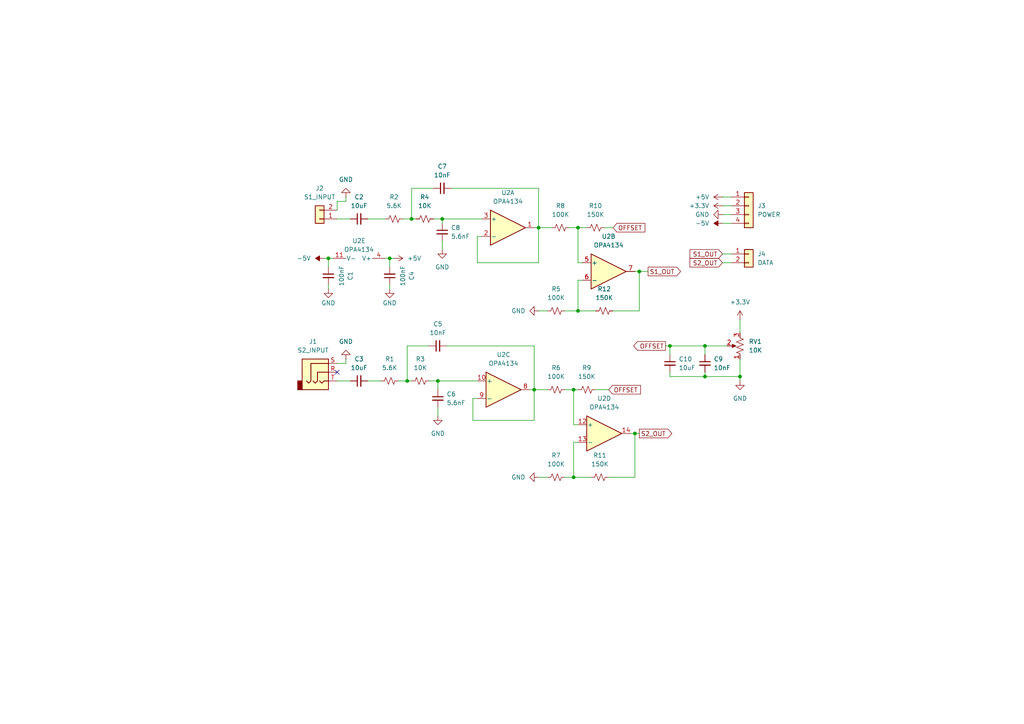
<source format=kicad_sch>
(kicad_sch (version 20231120) (generator "eeschema") (generator_version "8.0")
  (paper "A4")
  (lib_symbols
    (symbol "Amplifier_Operational:OPA4134" (pin_names (offset 0.127))
      (property "Reference" "U" (at 0 5.08 0))
      (property "Value" "OPA4134" (at 0 -5.08 0))
      (symbol "OPA4134_1_1"
        (polyline (pts (xy -5.08 5.08) (xy 5.08 0) (xy -5.08 -5.08) (xy -5.08 5.08)) (stroke (width 0.254)) (fill (type background)))
        (pin output line (at 7.62 0 180) (length 2.54) (name "~") (number "1"))
        (pin input line (at -7.62 -2.54 0) (length 2.54) (name "-") (number "2"))
        (pin input line (at -7.62 2.54 0) (length 2.54) (name "+") (number "3"))
      )
      (symbol "OPA4134_2_1"
        (polyline (pts (xy -5.08 5.08) (xy 5.08 0) (xy -5.08 -5.08) (xy -5.08 5.08)) (stroke (width 0.254)) (fill (type background)))
        (pin input line (at -7.62 2.54 0) (length 2.54) (name "+") (number "5"))
        (pin input line (at -7.62 -2.54 0) (length 2.54) (name "-") (number "6"))
        (pin output line (at 7.62 0 180) (length 2.54) (name "~") (number "7"))
      )
      (symbol "OPA4134_3_1"
        (polyline (pts (xy -5.08 5.08) (xy 5.08 0) (xy -5.08 -5.08) (xy -5.08 5.08)) (stroke (width 0.254)) (fill (type background)))
        (pin input line (at -7.62 2.54 0) (length 2.54) (name "+") (number "10"))
        (pin output line (at 7.62 0 180) (length 2.54) (name "~") (number "8"))
        (pin input line (at -7.62 -2.54 0) (length 2.54) (name "-") (number "9"))
      )
      (symbol "OPA4134_4_1"
        (polyline (pts (xy -5.08 5.08) (xy 5.08 0) (xy -5.08 -5.08) (xy -5.08 5.08)) (stroke (width 0.254)) (fill (type background)))
        (pin input line (at -7.62 2.54 0) (length 2.54) (name "+") (number "12"))
        (pin input line (at -7.62 -2.54 0) (length 2.54) (name "-") (number "13"))
        (pin output line (at 7.62 0 180) (length 2.54) (name "~") (number "14"))
      )
      (symbol "OPA4134_5_1"
        (pin power_in line (at -2.54 -7.62 90) (length 3.81) (name "V-") (number "11"))
        (pin power_in line (at -2.54 7.62 270) (length 3.81) (name "V+") (number "4"))
      )
    )
    (symbol "Connector_Audio:AudioJack3"
      (property "Reference" "J" (at 0 8.89 0))
      (property "Value" "AudioJack3" (at 0 6.35 0))
      (symbol "AudioJack3_0_1"
        (rectangle (start -5.08 -5.08) (end -6.35 -2.54) (stroke (width 0.254)) (fill (type outline)))
        (polyline (pts (xy 0 -2.54) (xy 0.635 -3.175) (xy 1.27 -2.54) (xy 2.54 -2.54)) (stroke (width 0.254)))
        (polyline (pts (xy -1.905 -2.54) (xy -1.27 -3.175) (xy -0.635 -2.54) (xy -0.635 0) (xy 2.54 0)) (stroke (width 0.254)))
        (polyline (pts (xy 2.54 2.54) (xy -2.54 2.54) (xy -2.54 -2.54) (xy -3.175 -3.175) (xy -3.81 -2.54)) (stroke (width 0.254)))
        (rectangle (start 2.54 3.81) (end -5.08 -5.08) (stroke (width 0.254)) (fill (type background)))
      )
      (symbol "AudioJack3_1_1"
        (pin passive line (at 5.08 0 180) (length 2.54) (name "~") (number "R"))
        (pin passive line (at 5.08 2.54 180) (length 2.54) (name "~") (number "S"))
        (pin passive line (at 5.08 -2.54 180) (length 2.54) (name "~") (number "T"))
      )
    )
    (symbol "Connector_Generic:Conn_01x02" (pin_names (offset 1.016) hide)
      (property "Reference" "J" (at 0 2.54 0))
      (property "Value" "Conn_01x02" (at 0 -5.08 0))
      (symbol "Conn_01x02_1_1"
        (rectangle (start -1.27 -2.413) (end 0 -2.667) (stroke (width 0.1524)))
        (rectangle (start -1.27 0.127) (end 0 -0.127) (stroke (width 0.1524)))
        (rectangle (start -1.27 1.27) (end 1.27 -3.81) (stroke (width 0.254)) (fill (type background)))
        (pin passive line (at -5.08 0 0) (length 3.81) (name "Pin_1") (number "1"))
        (pin passive line (at -5.08 -2.54 0) (length 3.81) (name "Pin_2") (number "2"))
      )
    )
    (symbol "Connector_Generic:Conn_01x04" (pin_names (offset 1.016) hide)
      (property "Reference" "J" (at 0 5.08 0))
      (property "Value" "Conn_01x04" (at 0 -7.62 0))
      (symbol "Conn_01x04_1_1"
        (rectangle (start -1.27 -4.953) (end 0 -5.207) (stroke (width 0.1524)))
        (rectangle (start -1.27 -2.413) (end 0 -2.667) (stroke (width 0.1524)))
        (rectangle (start -1.27 0.127) (end 0 -0.127) (stroke (width 0.1524)))
        (rectangle (start -1.27 2.667) (end 0 2.413) (stroke (width 0.1524)))
        (rectangle (start -1.27 3.81) (end 1.27 -6.35) (stroke (width 0.254)) (fill (type background)))
        (pin passive line (at -5.08 2.54 0) (length 3.81) (name "Pin_1") (number "1"))
        (pin passive line (at -5.08 0 0) (length 3.81) (name "Pin_2") (number "2"))
        (pin passive line (at -5.08 -2.54 0) (length 3.81) (name "Pin_3") (number "3"))
        (pin passive line (at -5.08 -5.08 0) (length 3.81) (name "Pin_4") (number "4"))
      )
    )
    (symbol "Device:C_Small" (pin_numbers hide) (pin_names (offset 0.254) hide)
      (property "Reference" "C" (at 0.254 1.778 0))
      (property "Value" "C_Small" (at 0.254 -2.032 0))
      (symbol "C_Small_0_1"
        (polyline (pts (xy -1.524 -0.508) (xy 1.524 -0.508)) (stroke (width 0.3302)))
        (polyline (pts (xy -1.524 0.508) (xy 1.524 0.508)) (stroke (width 0.3048)))
      )
      (symbol "C_Small_1_1"
        (pin passive line (at 0 2.54 270) (length 2.032) (name "~") (number "1"))
        (pin passive line (at 0 -2.54 90) (length 2.032) (name "~") (number "2"))
      )
    )
    (symbol "Device:R_Potentiometer_US" (pin_names (offset 1.016) hide)
      (property "Reference" "RV" (at -4.445 0 90))
      (property "Value" "R_Potentiometer_US" (at -2.54 0 90))
      (symbol "R_Potentiometer_US_0_1"
        (polyline (pts (xy 0 -2.286) (xy 0 -2.54)))
        (polyline (pts (xy 0 2.54) (xy 0 2.286)))
        (polyline (pts (xy 2.54 0) (xy 1.524 0)))
        (polyline (pts (xy 1.143 0) (xy 2.286 0.508) (xy 2.286 -0.508) (xy 1.143 0)) (fill (type outline)))
        (polyline (pts (xy 0 -0.762) (xy 1.016 -1.143) (xy 0 -1.524) (xy -1.016 -1.905) (xy 0 -2.286)))
        (polyline (pts (xy 0 0.762) (xy 1.016 0.381) (xy 0 0) (xy -1.016 -0.381) (xy 0 -0.762)))
        (polyline (pts (xy 0 2.286) (xy 1.016 1.905) (xy 0 1.524) (xy -1.016 1.143) (xy 0 0.762)))
      )
      (symbol "R_Potentiometer_US_1_1"
        (pin passive line (at 0 3.81 270) (length 1.27) (name "1") (number "1"))
        (pin passive line (at 3.81 0 180) (length 1.27) (name "2") (number "2"))
        (pin passive line (at 0 -3.81 90) (length 1.27) (name "3") (number "3"))
      )
    )
    (symbol "Device:R_Small_US" (pin_numbers hide) (pin_names (offset 0.254) hide)
      (property "Reference" "R" (at 0.762 0.508 0))
      (property "Value" "R_Small_US" (at 0.762 -1.016 0))
      (symbol "R_Small_US_1_1"
        (polyline (pts (xy 0 0) (xy 1.016 -0.381) (xy 0 -0.762) (xy -1.016 -1.143) (xy 0 -1.524)))
        (polyline (pts (xy 0 1.524) (xy 1.016 1.143) (xy 0 0.762) (xy -1.016 0.381) (xy 0 0)))
        (pin passive line (at 0 2.54 270) (length 1.016) (name "~") (number "1"))
        (pin passive line (at 0 -2.54 90) (length 1.016) (name "~") (number "2"))
      )
    )
    (symbol "power:+3.3V" (power) (pin_numbers hide) (pin_names (offset 0) hide)
      (property "Value" "+3.3V" (at 0 3.556 0))
      (symbol "+3.3V_0_1"
        (polyline (pts (xy -0.762 1.27) (xy 0 2.54)))
        (polyline (pts (xy 0 0) (xy 0 2.54)))
        (polyline (pts (xy 0 2.54) (xy 0.762 1.27)))
      )
      (symbol "+3.3V_1_1"
        (pin power_in line (at 0 0 90) (length 0) (name "~") (number "1"))
      )
    )
    (symbol "power:+5V" (power) (pin_numbers hide) (pin_names (offset 0) hide)
      (property "Value" "+5V" (at 0 3.556 0))
      (symbol "+5V_0_1"
        (polyline (pts (xy -0.762 1.27) (xy 0 2.54)))
        (polyline (pts (xy 0 0) (xy 0 2.54)))
        (polyline (pts (xy 0 2.54) (xy 0.762 1.27)))
      )
      (symbol "+5V_1_1"
        (pin power_in line (at 0 0 90) (length 0) (name "~") (number "1"))
      )
    )
    (symbol "power:-5V" (power) (pin_numbers hide) (pin_names (offset 0) hide)
      (property "Value" "-5V" (at 0 3.556 0))
      (symbol "-5V_0_0"
        (pin power_in line (at 0 0 90) (length 0) (name "~") (number "1"))
      )
      (symbol "-5V_0_1"
        (polyline (pts (xy 0 0) (xy 0 1.27) (xy 0.762 1.27) (xy 0 2.54) (xy -0.762 1.27) (xy 0 1.27)) (fill (type outline)))
      )
    )
    (symbol "power:GND" (power) (pin_numbers hide) (pin_names (offset 0) hide)
      (property "Value" "GND" (at 0 -3.81 0))
      (symbol "GND_0_1"
        (polyline (pts (xy 0 0) (xy 0 -1.27) (xy 1.27 -1.27) (xy 0 -2.54) (xy -1.27 -1.27) (xy 0 -1.27)))
      )
      (symbol "GND_1_1"
        (pin power_in line (at 0 0 270) (length 0) (name "~") (number "1"))
      )
    )
  )
  (junction (at 167.64 66.04))
  (junction (at 214.63 109.22))
  (junction (at 204.47 109.22))
  (junction (at 113.03 74.93))
  (junction (at 194.31 100.33))
  (junction (at 204.47 100.33))
  (junction (at 185.42 78.74))
  (junction (at 119.38 63.5))
  (junction (at 118.11 110.49))
  (junction (at 166.37 113.03))
  (junction (at 95.25 74.93))
  (junction (at 156.21 66.04))
  (junction (at 184.15 125.73))
  (junction (at 154.94 113.03))
  (junction (at 128.27 63.5))
  (junction (at 167.64 90.17))
  (junction (at 166.37 138.43))
  (junction (at 127 110.49))
  (no_connect (at 97.79 107.95))
  (wire (pts (xy 97.79 60.96) (xy 97.79 58.42)))
  (wire (pts (xy 138.43 115.57) (xy 137.16 115.57)))
  (wire (pts (xy 97.79 63.5) (xy 101.6 63.5)))
  (wire (pts (xy 100.33 105.41) (xy 97.79 105.41)))
  (wire (pts (xy 97.79 110.49) (xy 101.6 110.49)))
  (wire (pts (xy 204.47 102.87) (xy 204.47 100.33)))
  (wire (pts (xy 138.43 76.2) (xy 156.21 76.2)))
  (wire (pts (xy 193.04 100.33) (xy 194.31 100.33)))
  (wire (pts (xy 139.7 68.58) (xy 138.43 68.58)))
  (wire (pts (xy 156.21 90.17) (xy 158.75 90.17)))
  (wire (pts (xy 95.25 74.93) (xy 96.52 74.93)))
  (wire (pts (xy 113.03 74.93) (xy 114.3 74.93)))
  (wire (pts (xy 163.83 90.17) (xy 167.64 90.17)))
  (wire (pts (xy 119.38 63.5) (xy 120.65 63.5)))
  (wire (pts (xy 209.55 64.77) (xy 212.09 64.77)))
  (wire (pts (xy 118.11 110.49) (xy 119.38 110.49)))
  (wire (pts (xy 209.55 73.66) (xy 212.09 73.66)))
  (wire (pts (xy 184.15 78.74) (xy 185.42 78.74)))
  (wire (pts (xy 185.42 78.74) (xy 187.96 78.74)))
  (wire (pts (xy 95.25 83.82) (xy 95.25 82.55)))
  (wire (pts (xy 127 118.11) (xy 127 120.65)))
  (wire (pts (xy 194.31 109.22) (xy 204.47 109.22)))
  (wire (pts (xy 137.16 115.57) (xy 137.16 121.92)))
  (wire (pts (xy 176.53 138.43) (xy 184.15 138.43)))
  (wire (pts (xy 175.26 66.04) (xy 177.8 66.04)))
  (wire (pts (xy 156.21 66.04) (xy 154.94 66.04)))
  (wire (pts (xy 204.47 107.95) (xy 204.47 109.22)))
  (wire (pts (xy 163.83 138.43) (xy 166.37 138.43)))
  (wire (pts (xy 194.31 100.33) (xy 204.47 100.33)))
  (wire (pts (xy 128.27 63.5) (xy 128.27 64.77)))
  (wire (pts (xy 156.21 54.61) (xy 156.21 66.04)))
  (wire (pts (xy 128.27 63.5) (xy 139.7 63.5)))
  (wire (pts (xy 204.47 100.33) (xy 210.82 100.33)))
  (wire (pts (xy 156.21 138.43) (xy 158.75 138.43)))
  (wire (pts (xy 167.64 66.04) (xy 170.18 66.04)))
  (wire (pts (xy 166.37 138.43) (xy 171.45 138.43)))
  (wire (pts (xy 209.55 62.23) (xy 212.09 62.23)))
  (wire (pts (xy 167.64 90.17) (xy 172.72 90.17)))
  (wire (pts (xy 168.91 76.2) (xy 167.64 76.2)))
  (wire (pts (xy 167.64 123.19) (xy 166.37 123.19)))
  (wire (pts (xy 116.84 63.5) (xy 119.38 63.5)))
  (wire (pts (xy 209.55 59.69) (xy 212.09 59.69)))
  (wire (pts (xy 214.63 92.71) (xy 214.63 96.52)))
  (wire (pts (xy 163.83 113.03) (xy 166.37 113.03)))
  (wire (pts (xy 115.57 110.49) (xy 118.11 110.49)))
  (wire (pts (xy 154.94 113.03) (xy 153.67 113.03)))
  (wire (pts (xy 111.76 74.93) (xy 113.03 74.93)))
  (wire (pts (xy 166.37 113.03) (xy 167.64 113.03)))
  (wire (pts (xy 118.11 100.33) (xy 118.11 110.49)))
  (wire (pts (xy 184.15 125.73) (xy 182.88 125.73)))
  (wire (pts (xy 194.31 102.87) (xy 194.31 100.33)))
  (wire (pts (xy 125.73 54.61) (xy 119.38 54.61)))
  (wire (pts (xy 204.47 109.22) (xy 214.63 109.22)))
  (wire (pts (xy 167.64 128.27) (xy 166.37 128.27)))
  (wire (pts (xy 125.73 63.5) (xy 128.27 63.5)))
  (wire (pts (xy 119.38 54.61) (xy 119.38 63.5)))
  (wire (pts (xy 184.15 138.43) (xy 184.15 125.73)))
  (wire (pts (xy 100.33 57.15) (xy 100.33 58.42)))
  (wire (pts (xy 156.21 76.2) (xy 156.21 66.04)))
  (wire (pts (xy 166.37 123.19) (xy 166.37 113.03)))
  (wire (pts (xy 106.68 110.49) (xy 110.49 110.49)))
  (wire (pts (xy 166.37 128.27) (xy 166.37 138.43)))
  (wire (pts (xy 124.46 100.33) (xy 118.11 100.33)))
  (wire (pts (xy 167.64 66.04) (xy 167.64 76.2)))
  (wire (pts (xy 95.25 74.93) (xy 95.25 77.47)))
  (wire (pts (xy 138.43 68.58) (xy 138.43 76.2)))
  (wire (pts (xy 113.03 83.82) (xy 113.03 82.55)))
  (wire (pts (xy 168.91 81.28) (xy 167.64 81.28)))
  (wire (pts (xy 137.16 121.92) (xy 154.94 121.92)))
  (wire (pts (xy 154.94 100.33) (xy 154.94 113.03)))
  (wire (pts (xy 113.03 74.93) (xy 113.03 77.47)))
  (wire (pts (xy 185.42 90.17) (xy 185.42 78.74)))
  (wire (pts (xy 130.81 54.61) (xy 156.21 54.61)))
  (wire (pts (xy 127 110.49) (xy 138.43 110.49)))
  (wire (pts (xy 154.94 121.92) (xy 154.94 113.03)))
  (wire (pts (xy 194.31 107.95) (xy 194.31 109.22)))
  (wire (pts (xy 93.98 74.93) (xy 95.25 74.93)))
  (wire (pts (xy 214.63 109.22) (xy 214.63 110.49)))
  (wire (pts (xy 154.94 113.03) (xy 158.75 113.03)))
  (wire (pts (xy 127 110.49) (xy 127 113.03)))
  (wire (pts (xy 214.63 104.14) (xy 214.63 109.22)))
  (wire (pts (xy 167.64 81.28) (xy 167.64 90.17)))
  (wire (pts (xy 184.15 125.73) (xy 185.42 125.73)))
  (wire (pts (xy 177.8 90.17) (xy 185.42 90.17)))
  (wire (pts (xy 106.68 63.5) (xy 111.76 63.5)))
  (wire (pts (xy 97.79 58.42) (xy 100.33 58.42)))
  (wire (pts (xy 100.33 104.14) (xy 100.33 105.41)))
  (wire (pts (xy 128.27 69.85) (xy 128.27 72.39)))
  (wire (pts (xy 129.54 100.33) (xy 154.94 100.33)))
  (wire (pts (xy 165.1 66.04) (xy 167.64 66.04)))
  (wire (pts (xy 209.55 57.15) (xy 212.09 57.15)))
  (wire (pts (xy 172.72 113.03) (xy 176.53 113.03)))
  (wire (pts (xy 124.46 110.49) (xy 127 110.49)))
  (wire (pts (xy 209.55 76.2) (xy 212.09 76.2)))
  (wire (pts (xy 156.21 66.04) (xy 160.02 66.04)))
  (global_label "S2_OUT" (shape output) (at 185.42 125.73 0) (property "Intersheetrefs" "${INTERSHEET_REFS}" (effects (hide yes))))
  (global_label "S1_OUT" (shape output) (at 187.96 78.74 0) (property "Intersheetrefs" "${INTERSHEET_REFS}" (effects (hide yes))))
  (global_label "OFFSET" (shape output) (at 193.04 100.33 180) (property "Intersheetrefs" "${INTERSHEET_REFS}" (effects (hide yes))))
  (global_label "S2_OUT" (shape input) (at 209.55 76.2 180) (property "Intersheetrefs" "${INTERSHEET_REFS}" (effects (hide yes))))
  (global_label "S1_OUT" (shape input) (at 209.55 73.66 180) (property "Intersheetrefs" "${INTERSHEET_REFS}" (effects (hide yes))))
  (global_label "OFFSET" (shape input) (at 176.53 113.03 0) (property "Intersheetrefs" "${INTERSHEET_REFS}" (effects (hide yes))))
  (global_label "OFFSET" (shape input) (at 177.8 66.04 0) (property "Intersheetrefs" "${INTERSHEET_REFS}" (effects (hide yes))))
  (symbol (lib_id "power:+3.3V") (at 214.63 92.71 0) (unit 1)
    (property "Reference" "#PWR016" (effects (hide yes)))
    (property "Value" "+3.3V" (at 214.63 87.63 0))
    (property "Description" "Power symbol creates a global label with name \"+3.3V\"" (effects (hide yes)))
  )
  (symbol (lib_id "Connector_Generic:Conn_01x04") (at 217.17 59.69 0) (unit 1)
    (property "Reference" "J3" (at 219.71 59.6899 0) (effects (justify left)))
    (property "Value" "POWER" (at 219.71 62.2299 0) (effects (justify left)))
    (property "Footprint" "Connector_PinSocket_2.54mm:PinSocket_1x04_P2.54mm_Vertical" (effects (hide yes)))
    (property "Description" "Generic connector, single row, 01x04, script generated (kicad-library-utils/schlib/autogen/connector/)" (effects (hide yes)))
  )
  (symbol (lib_id "power:GND") (at 156.21 90.17 270) (unit 1)
    (property "Reference" "#PWR09" (effects (hide yes)))
    (property "Value" "GND" (at 152.4 90.1699 90) (effects (justify right)))
    (property "Description" "Power symbol creates a global label with name \"GND\" , ground" (effects (hide yes)))
  )
  (symbol (lib_id "Amplifier_Operational:OPA4134") (at 176.53 78.74 0) (unit 2)
    (property "Reference" "U2" (at 176.53 68.58 0))
    (property "Value" "OPA4134" (at 176.53 71.12 0))
    (property "Footprint" "Package_SO:SOIC-14_3.9x8.7mm_P1.27mm" (effects (hide yes)))
    (property "Datasheet" "http://www.ti.com/lit/ds/symlink/opa134.pdf" (effects (hide yes)))
    (property "Description" "Quad SoundPlus High Performance Audio Operational Amplifiers, SOIC-14" (effects (hide yes)))
  )
  (symbol (lib_id "Device:C_Small") (at 104.14 110.49 90) (unit 1)
    (property "Reference" "C3" (at 104.1463 104.14 90))
    (property "Value" "10uF" (at 104.1463 106.68 90))
    (property "Footprint" "Capacitor_THT:CP_Radial_D5.0mm_P2.50mm" (effects (hide yes)))
    (property "Description" "Unpolarized capacitor, small symbol" (effects (hide yes)))
  )
  (symbol (lib_id "power:GND") (at 100.33 104.14 180) (unit 1)
    (property "Reference" "#PWR04" (effects (hide yes)))
    (property "Value" "GND" (at 100.33 99.06 0))
    (property "Description" "Power symbol creates a global label with name \"GND\" , ground" (effects (hide yes)))
  )
  (symbol (lib_id "power:-5V") (at 209.55 64.77 90) (unit 1)
    (property "Reference" "#PWR014" (effects (hide yes)))
    (property "Value" "-5V" (at 205.74 64.7699 90) (effects (justify left)))
    (property "Description" "Power symbol creates a global label with name \"-5V\"" (effects (hide yes)))
  )
  (symbol (lib_id "power:+5V") (at 114.3 74.93 270) (unit 1)
    (property "Reference" "#PWR06" (effects (hide yes)))
    (property "Value" "+5V" (at 118.11 74.9299 90) (effects (justify left)))
    (property "Description" "Power symbol creates a global label with name \"+5V\"" (effects (hide yes)))
  )
  (symbol (lib_id "power:GND") (at 209.55 62.23 270) (unit 1)
    (property "Reference" "#PWR013" (effects (hide yes)))
    (property "Value" "GND" (at 205.74 62.2299 90) (effects (justify right)))
    (property "Description" "Power symbol creates a global label with name \"GND\" , ground" (effects (hide yes)))
  )
  (symbol (lib_id "Device:R_Small_US") (at 113.03 110.49 90) (unit 1)
    (property "Reference" "R1" (at 113.03 104.14 90))
    (property "Value" "5.6K" (at 113.03 106.68 90))
    (property "Footprint" "Resistor_THT:R_Axial_DIN0207_L6.3mm_D2.5mm_P10.16mm_Horizontal" (effects (hide yes)))
    (property "Description" "Resistor, small US symbol" (effects (hide yes)))
  )
  (symbol (lib_id "power:GND") (at 100.33 57.15 180) (unit 1)
    (property "Reference" "#PWR03" (effects (hide yes)))
    (property "Value" "GND" (at 100.33 52.07 0))
    (property "Description" "Power symbol creates a global label with name \"GND\" , ground" (effects (hide yes)))
  )
  (symbol (lib_id "Device:R_Small_US") (at 161.29 90.17 90) (unit 1)
    (property "Reference" "R5" (at 161.29 83.82 90))
    (property "Value" "100K" (at 161.29 86.36 90))
    (property "Footprint" "Resistor_THT:R_Axial_DIN0207_L6.3mm_D2.5mm_P10.16mm_Horizontal" (effects (hide yes)))
    (property "Description" "Resistor, small US symbol" (effects (hide yes)))
  )
  (symbol (lib_id "Device:C_Small") (at 127 115.57 0) (unit 1)
    (property "Reference" "C6" (at 129.54 114.3062 0) (effects (justify left)))
    (property "Value" "5.6nF" (at 129.54 116.8462 0) (effects (justify left)))
    (property "Footprint" "Capacitor_THT:C_Disc_D5.0mm_W2.5mm_P5.00mm" (effects (hide yes)))
    (property "Description" "Unpolarized capacitor, small symbol" (effects (hide yes)))
  )
  (symbol (lib_id "power:GND") (at 113.03 83.82 0) (unit 1)
    (property "Reference" "#PWR05" (effects (hide yes)))
    (property "Value" "GND" (at 115.062 87.884 0) (effects (justify right)))
    (property "Description" "Power symbol creates a global label with name \"GND\" , ground" (effects (hide yes)))
  )
  (symbol (lib_id "Device:R_Small_US") (at 170.18 113.03 90) (unit 1)
    (property "Reference" "R9" (at 170.18 106.68 90))
    (property "Value" "150K" (at 170.18 109.22 90))
    (property "Footprint" "Resistor_THT:R_Axial_DIN0207_L6.3mm_D2.5mm_P10.16mm_Horizontal" (effects (hide yes)))
    (property "Description" "Resistor, small US symbol" (effects (hide yes)))
  )
  (symbol (lib_id "Connector_Generic:Conn_01x02") (at 217.17 73.66 0) (unit 1)
    (property "Reference" "J4" (at 219.71 73.6599 0) (effects (justify left)))
    (property "Value" "DATA" (at 219.71 76.1999 0) (effects (justify left)))
    (property "Footprint" "Connector_PinSocket_2.54mm:PinSocket_1x02_P2.54mm_Vertical" (effects (hide yes)))
    (property "Description" "Generic connector, single row, 01x02, script generated (kicad-library-utils/schlib/autogen/connector/)" (effects (hide yes)))
  )
  (symbol (lib_id "Amplifier_Operational:OPA4134") (at 147.32 66.04 0) (unit 1)
    (property "Reference" "U2" (at 147.32 55.88 0))
    (property "Value" "OPA4134" (at 147.32 58.42 0))
    (property "Footprint" "Package_SO:SOIC-14_3.9x8.7mm_P1.27mm" (effects (hide yes)))
    (property "Datasheet" "http://www.ti.com/lit/ds/symlink/opa134.pdf" (effects (hide yes)))
    (property "Description" "Quad SoundPlus High Performance Audio Operational Amplifiers, SOIC-14" (effects (hide yes)))
  )
  (symbol (lib_id "Device:R_Small_US") (at 121.92 110.49 90) (unit 1)
    (property "Reference" "R3" (at 121.92 104.14 90))
    (property "Value" "10K" (at 121.92 106.68 90))
    (property "Footprint" "Resistor_THT:R_Axial_DIN0207_L6.3mm_D2.5mm_P10.16mm_Horizontal" (effects (hide yes)))
    (property "Description" "Resistor, small US symbol" (effects (hide yes)))
  )
  (symbol (lib_id "Device:C_Small") (at 194.31 105.41 0) (unit 1)
    (property "Reference" "C10" (at 196.85 104.1462 0) (effects (justify left)))
    (property "Value" "10uF" (at 196.85 106.6862 0) (effects (justify left)))
    (property "Footprint" "Capacitor_THT:CP_Radial_D5.0mm_P2.50mm" (effects (hide yes)))
    (property "Description" "Unpolarized capacitor, small symbol" (effects (hide yes)))
  )
  (symbol (lib_id "Device:C_Small") (at 204.47 105.41 0) (mirror y) (unit 1)
    (property "Reference" "C9" (at 207.01 104.1462 0) (effects (justify right)))
    (property "Value" "10nF" (at 207.01 106.6862 0) (effects (justify right)))
    (property "Footprint" "Capacitor_THT:C_Disc_D7.5mm_W5.0mm_P7.50mm" (effects (hide yes)))
    (property "Description" "Unpolarized capacitor, small symbol" (effects (hide yes)))
  )
  (symbol (lib_id "Device:R_Small_US") (at 162.56 66.04 90) (unit 1)
    (property "Reference" "R8" (at 162.56 59.69 90))
    (property "Value" "100K" (at 162.56 62.23 90))
    (property "Footprint" "Resistor_THT:R_Axial_DIN0207_L6.3mm_D2.5mm_P10.16mm_Horizontal" (effects (hide yes)))
    (property "Description" "Resistor, small US symbol" (effects (hide yes)))
  )
  (symbol (lib_id "Device:R_Small_US") (at 173.99 138.43 90) (unit 1)
    (property "Reference" "R11" (at 173.99 132.08 90))
    (property "Value" "150K" (at 173.99 134.62 90))
    (property "Footprint" "Resistor_THT:R_Axial_DIN0207_L6.3mm_D2.5mm_P10.16mm_Horizontal" (effects (hide yes)))
    (property "Description" "Resistor, small US symbol" (effects (hide yes)))
  )
  (symbol (lib_id "Connector_Audio:AudioJack3") (at 92.71 107.95 0) (unit 1)
    (property "Reference" "J1" (at 90.805 99.06 0))
    (property "Value" "S2_INPUT" (at 90.805 101.6 0))
    (property "Footprint" "Connector_Audio:Jack_3.5mm_CUI_SJ1-3525N_Horizontal" (effects (hide yes)))
    (property "Description" "Audio Jack, 3 Poles (Stereo / TRS)" (effects (hide yes)))
  )
  (symbol (lib_id "power:GND") (at 128.27 72.39 0) (unit 1)
    (property "Reference" "#PWR08" (effects (hide yes)))
    (property "Value" "GND" (at 128.27 77.47 0))
    (property "Description" "Power symbol creates a global label with name \"GND\" , ground" (effects (hide yes)))
  )
  (symbol (lib_id "Device:R_Small_US") (at 161.29 138.43 90) (unit 1)
    (property "Reference" "R7" (at 161.29 132.08 90))
    (property "Value" "100K" (at 161.29 134.62 90))
    (property "Footprint" "Resistor_THT:R_Axial_DIN0207_L6.3mm_D2.5mm_P10.16mm_Horizontal" (effects (hide yes)))
    (property "Description" "Resistor, small US symbol" (effects (hide yes)))
  )
  (symbol (lib_id "Device:R_Small_US") (at 161.29 113.03 90) (unit 1)
    (property "Reference" "R6" (at 161.29 106.68 90))
    (property "Value" "100K" (at 161.29 109.22 90))
    (property "Footprint" "Resistor_THT:R_Axial_DIN0207_L6.3mm_D2.5mm_P10.16mm_Horizontal" (effects (hide yes)))
    (property "Description" "Resistor, small US symbol" (effects (hide yes)))
  )
  (symbol (lib_id "Device:C_Small") (at 128.27 67.31 0) (unit 1)
    (property "Reference" "C8" (at 130.81 66.0462 0) (effects (justify left)))
    (property "Value" "5.6nF" (at 130.81 68.5862 0) (effects (justify left)))
    (property "Footprint" "Capacitor_THT:C_Disc_D5.0mm_W2.5mm_P5.00mm" (effects (hide yes)))
    (property "Description" "Unpolarized capacitor, small symbol" (effects (hide yes)))
  )
  (symbol (lib_id "Connector_Generic:Conn_01x02") (at 92.71 63.5 180) (unit 1)
    (property "Reference" "J2" (at 92.71 54.61 0))
    (property "Value" "S1_INPUT" (at 92.71 57.15 0))
    (property "Footprint" "TerminalBlock:TerminalBlock_bornier-2_P5.08mm" (effects (hide yes)))
    (property "Description" "Generic connector, single row, 01x02, script generated (kicad-library-utils/schlib/autogen/connector/)" (effects (hide yes)))
  )
  (symbol (lib_id "Amplifier_Operational:OPA4134") (at 104.14 72.39 270) (mirror x) (unit 5)
    (property "Reference" "U2" (at 104.14 69.85 90))
    (property "Value" "OPA4134" (at 104.14 72.39 90))
    (property "Footprint" "Package_SO:SOIC-14_3.9x8.7mm_P1.27mm" (effects (hide yes)))
    (property "Datasheet" "http://www.ti.com/lit/ds/symlink/opa134.pdf" (effects (hide yes)))
    (property "Description" "Quad SoundPlus High Performance Audio Operational Amplifiers, SOIC-14" (effects (hide yes)))
  )
  (symbol (lib_id "Device:C_Small") (at 95.25 80.01 0) (unit 1)
    (property "Reference" "C1" (at 101.6 80.0164 90))
    (property "Value" "100nF" (at 99.06 80.0164 90))
    (property "Footprint" "Capacitor_THT:C_Disc_D5.0mm_W2.5mm_P5.00mm" (effects (hide yes)))
    (property "Description" "Unpolarized capacitor, small symbol" (effects (hide yes)))
  )
  (symbol (lib_id "Device:C_Small") (at 104.14 63.5 90) (unit 1)
    (property "Reference" "C2" (at 104.1463 57.15 90))
    (property "Value" "10uF" (at 104.1463 59.69 90))
    (property "Footprint" "Capacitor_THT:CP_Radial_D5.0mm_P2.50mm" (effects (hide yes)))
    (property "Description" "Unpolarized capacitor, small symbol" (effects (hide yes)))
  )
  (symbol (lib_id "power:GND") (at 214.63 110.49 0) (unit 1)
    (property "Reference" "#PWR015" (effects (hide yes)))
    (property "Value" "GND" (at 214.63 115.57 0))
    (property "Description" "Power symbol creates a global label with name \"GND\" , ground" (effects (hide yes)))
  )
  (symbol (lib_id "power:-5V") (at 93.98 74.93 90) (unit 1)
    (property "Reference" "#PWR01" (effects (hide yes)))
    (property "Value" "-5V" (at 90.17 74.9299 90) (effects (justify left)))
    (property "Description" "Power symbol creates a global label with name \"-5V\"" (effects (hide yes)))
  )
  (symbol (lib_id "Device:R_Small_US") (at 114.3 63.5 90) (unit 1)
    (property "Reference" "R2" (at 114.3 57.15 90))
    (property "Value" "5.6K" (at 114.3 59.69 90))
    (property "Footprint" "Resistor_THT:R_Axial_DIN0207_L6.3mm_D2.5mm_P10.16mm_Horizontal" (effects (hide yes)))
    (property "Description" "Resistor, small US symbol" (effects (hide yes)))
  )
  (symbol (lib_id "Device:R_Small_US") (at 175.26 90.17 90) (unit 1)
    (property "Reference" "R12" (at 175.26 83.82 90))
    (property "Value" "150K" (at 175.26 86.36 90))
    (property "Footprint" "Resistor_THT:R_Axial_DIN0207_L6.3mm_D2.5mm_P10.16mm_Horizontal" (effects (hide yes)))
    (property "Description" "Resistor, small US symbol" (effects (hide yes)))
  )
  (symbol (lib_id "Device:R_Potentiometer_US") (at 214.63 100.33 180) (unit 1)
    (property "Reference" "RV1" (at 217.17 99.0599 0) (effects (justify right)))
    (property "Value" "10K" (at 217.17 101.5999 0) (effects (justify right)))
    (property "Footprint" "Potentiometer_THT:Potentiometer_Bourns_3005_Horizontal" (effects (hide yes)))
    (property "Description" "Potentiometer, US symbol" (effects (hide yes)))
  )
  (symbol (lib_id "power:GND") (at 156.21 138.43 270) (unit 1)
    (property "Reference" "#PWR010" (effects (hide yes)))
    (property "Value" "GND" (at 152.4 138.4299 90) (effects (justify right)))
    (property "Description" "Power symbol creates a global label with name \"GND\" , ground" (effects (hide yes)))
  )
  (symbol (lib_id "Device:R_Small_US") (at 123.19 63.5 90) (unit 1)
    (property "Reference" "R4" (at 123.19 57.15 90))
    (property "Value" "10K" (at 123.19 59.69 90))
    (property "Footprint" "Resistor_THT:R_Axial_DIN0207_L6.3mm_D2.5mm_P10.16mm_Horizontal" (effects (hide yes)))
    (property "Description" "Resistor, small US symbol" (effects (hide yes)))
  )
  (symbol (lib_id "power:+5V") (at 209.55 57.15 90) (unit 1)
    (property "Reference" "#PWR011" (effects (hide yes)))
    (property "Value" "+5V" (at 205.74 57.1499 90) (effects (justify left)))
    (property "Description" "Power symbol creates a global label with name \"+5V\"" (effects (hide yes)))
  )
  (symbol (lib_id "Amplifier_Operational:OPA4134") (at 175.26 125.73 0) (unit 4)
    (property "Reference" "U2" (at 175.26 115.57 0))
    (property "Value" "OPA4134" (at 175.26 118.11 0))
    (property "Footprint" "Package_SO:SOIC-14_3.9x8.7mm_P1.27mm" (effects (hide yes)))
    (property "Datasheet" "http://www.ti.com/lit/ds/symlink/opa134.pdf" (effects (hide yes)))
    (property "Description" "Quad SoundPlus High Performance Audio Operational Amplifiers, SOIC-14" (effects (hide yes)))
  )
  (symbol (lib_id "power:GND") (at 95.25 83.82 0) (unit 1)
    (property "Reference" "#PWR02" (effects (hide yes)))
    (property "Value" "GND" (at 97.282 87.884 0) (effects (justify right)))
    (property "Description" "Power symbol creates a global label with name \"GND\" , ground" (effects (hide yes)))
  )
  (symbol (lib_id "Device:C_Small") (at 128.27 54.61 90) (unit 1)
    (property "Reference" "C7" (at 128.2763 48.26 90))
    (property "Value" "10nF" (at 128.2763 50.8 90))
    (property "Footprint" "Capacitor_THT:C_Disc_D10.5mm_W5.0mm_P10.00mm" (effects (hide yes)))
    (property "Description" "Unpolarized capacitor, small symbol" (effects (hide yes)))
  )
  (symbol (lib_id "Device:C_Small") (at 127 100.33 90) (unit 1)
    (property "Reference" "C5" (at 127.0063 93.98 90))
    (property "Value" "10nF" (at 127.0063 96.52 90))
    (property "Footprint" "Capacitor_THT:C_Disc_D10.5mm_W5.0mm_P10.00mm" (effects (hide yes)))
    (property "Description" "Unpolarized capacitor, small symbol" (effects (hide yes)))
  )
  (symbol (lib_id "power:GND") (at 127 120.65 0) (unit 1)
    (property "Reference" "#PWR07" (effects (hide yes)))
    (property "Value" "GND" (at 127 125.73 0))
    (property "Description" "Power symbol creates a global label with name \"GND\" , ground" (effects (hide yes)))
  )
  (symbol (lib_id "power:+3.3V") (at 209.55 59.69 90) (unit 1)
    (property "Reference" "#PWR012" (effects (hide yes)))
    (property "Value" "+3.3V" (at 205.74 59.6899 90) (effects (justify left)))
    (property "Description" "Power symbol creates a global label with name \"+3.3V\"" (effects (hide yes)))
  )
  (symbol (lib_id "Device:R_Small_US") (at 172.72 66.04 90) (unit 1)
    (property "Reference" "R10" (at 172.72 59.69 90))
    (property "Value" "150K" (at 172.72 62.23 90))
    (property "Footprint" "Resistor_THT:R_Axial_DIN0207_L6.3mm_D2.5mm_P10.16mm_Horizontal" (effects (hide yes)))
    (property "Description" "Resistor, small US symbol" (effects (hide yes)))
  )
  (symbol (lib_id "Amplifier_Operational:OPA4134") (at 146.05 113.03 0) (unit 3)
    (property "Reference" "U2" (at 146.05 102.87 0))
    (property "Value" "OPA4134" (at 146.05 105.41 0))
    (property "Footprint" "Package_SO:SOIC-14_3.9x8.7mm_P1.27mm" (effects (hide yes)))
    (property "Datasheet" "http://www.ti.com/lit/ds/symlink/opa134.pdf" (effects (hide yes)))
    (property "Description" "Quad SoundPlus High Performance Audio Operational Amplifiers, SOIC-14" (effects (hide yes)))
  )
  (symbol (lib_id "Device:C_Small") (at 113.03 80.01 180) (unit 1)
    (property "Reference" "C4" (at 119.38 80.0037 90))
    (property "Value" "100nF" (at 116.84 80.0037 90))
    (property "Footprint" "Capacitor_THT:C_Disc_D5.0mm_W2.5mm_P5.00mm" (effects (hide yes)))
    (property "Description" "Unpolarized capacitor, small symbol" (effects (hide yes)))
  )
)
</source>
